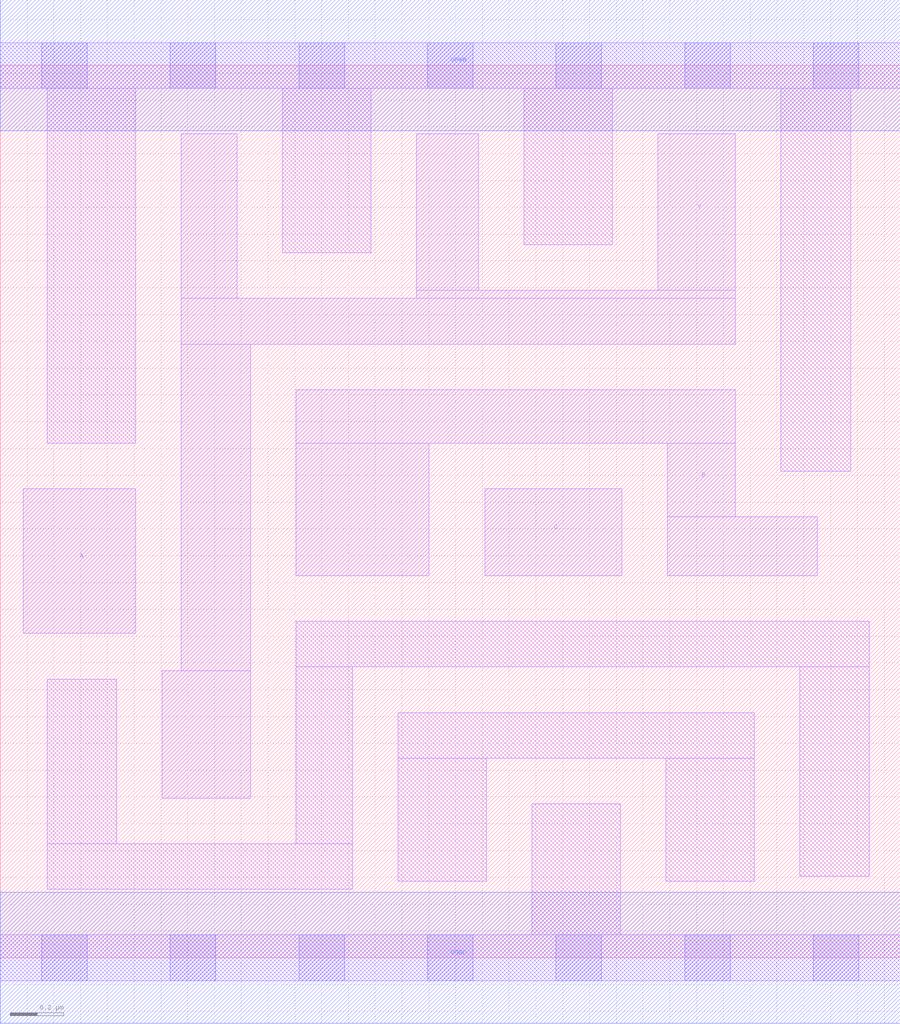
<source format=lef>
# Copyright 2020 The SkyWater PDK Authors
#
# Licensed under the Apache License, Version 2.0 (the "License");
# you may not use this file except in compliance with the License.
# You may obtain a copy of the License at
#
#     https://www.apache.org/licenses/LICENSE-2.0
#
# Unless required by applicable law or agreed to in writing, software
# distributed under the License is distributed on an "AS IS" BASIS,
# WITHOUT WARRANTIES OR CONDITIONS OF ANY KIND, either express or implied.
# See the License for the specific language governing permissions and
# limitations under the License.
#
# SPDX-License-Identifier: Apache-2.0

VERSION 5.7 ;
  NAMESCASESENSITIVE ON ;
  NOWIREEXTENSIONATPIN ON ;
  DIVIDERCHAR "/" ;
  BUSBITCHARS "[]" ;
UNITS
  DATABASE MICRONS 200 ;
END UNITS
MACRO sky130_fd_sc_lp__nand3_2
  CLASS CORE ;
  SOURCE USER ;
  FOREIGN sky130_fd_sc_lp__nand3_2 ;
  ORIGIN  0.000000  0.000000 ;
  SIZE  3.360000 BY  3.330000 ;
  SYMMETRY X Y R90 ;
  SITE unit ;
  PIN A
    ANTENNAGATEAREA  0.630000 ;
    DIRECTION INPUT ;
    USE SIGNAL ;
    PORT
      LAYER li1 ;
        RECT 0.085000 1.210000 0.505000 1.750000 ;
    END
  END A
  PIN B
    ANTENNAGATEAREA  0.630000 ;
    DIRECTION INPUT ;
    USE SIGNAL ;
    PORT
      LAYER li1 ;
        RECT 1.105000 1.425000 1.600000 1.920000 ;
        RECT 1.105000 1.920000 2.745000 2.120000 ;
        RECT 2.490000 1.425000 3.050000 1.645000 ;
        RECT 2.490000 1.645000 2.745000 1.920000 ;
    END
  END B
  PIN C
    ANTENNAGATEAREA  0.630000 ;
    DIRECTION INPUT ;
    USE SIGNAL ;
    PORT
      LAYER li1 ;
        RECT 1.810000 1.425000 2.320000 1.750000 ;
    END
  END C
  PIN Y
    ANTENNADIFFAREA  1.293600 ;
    DIRECTION OUTPUT ;
    USE SIGNAL ;
    PORT
      LAYER li1 ;
        RECT 0.605000 0.595000 0.935000 1.070000 ;
        RECT 0.675000 1.070000 0.935000 2.290000 ;
        RECT 0.675000 2.290000 2.745000 2.460000 ;
        RECT 0.675000 2.460000 0.885000 3.075000 ;
        RECT 1.555000 2.460000 2.745000 2.490000 ;
        RECT 1.555000 2.490000 1.785000 3.075000 ;
        RECT 2.455000 2.490000 2.745000 3.075000 ;
    END
  END Y
  PIN VGND
    DIRECTION INOUT ;
    USE GROUND ;
    PORT
      LAYER met1 ;
        RECT 0.000000 -0.245000 3.360000 0.245000 ;
    END
  END VGND
  PIN VPWR
    DIRECTION INOUT ;
    USE POWER ;
    PORT
      LAYER met1 ;
        RECT 0.000000 3.085000 3.360000 3.575000 ;
    END
  END VPWR
  OBS
    LAYER li1 ;
      RECT 0.000000 -0.085000 3.360000 0.085000 ;
      RECT 0.000000  3.245000 3.360000 3.415000 ;
      RECT 0.175000  0.255000 1.315000 0.425000 ;
      RECT 0.175000  0.425000 0.435000 1.040000 ;
      RECT 0.175000  1.920000 0.505000 3.245000 ;
      RECT 1.055000  2.630000 1.385000 3.245000 ;
      RECT 1.105000  0.425000 1.315000 1.085000 ;
      RECT 1.105000  1.085000 3.245000 1.255000 ;
      RECT 1.485000  0.285000 1.815000 0.745000 ;
      RECT 1.485000  0.745000 2.815000 0.915000 ;
      RECT 1.955000  2.660000 2.285000 3.245000 ;
      RECT 1.985000  0.085000 2.315000 0.575000 ;
      RECT 2.485000  0.285000 2.815000 0.745000 ;
      RECT 2.915000  1.815000 3.175000 3.245000 ;
      RECT 2.985000  0.305000 3.245000 1.085000 ;
    LAYER mcon ;
      RECT 0.155000 -0.085000 0.325000 0.085000 ;
      RECT 0.155000  3.245000 0.325000 3.415000 ;
      RECT 0.635000 -0.085000 0.805000 0.085000 ;
      RECT 0.635000  3.245000 0.805000 3.415000 ;
      RECT 1.115000 -0.085000 1.285000 0.085000 ;
      RECT 1.115000  3.245000 1.285000 3.415000 ;
      RECT 1.595000 -0.085000 1.765000 0.085000 ;
      RECT 1.595000  3.245000 1.765000 3.415000 ;
      RECT 2.075000 -0.085000 2.245000 0.085000 ;
      RECT 2.075000  3.245000 2.245000 3.415000 ;
      RECT 2.555000 -0.085000 2.725000 0.085000 ;
      RECT 2.555000  3.245000 2.725000 3.415000 ;
      RECT 3.035000 -0.085000 3.205000 0.085000 ;
      RECT 3.035000  3.245000 3.205000 3.415000 ;
  END
END sky130_fd_sc_lp__nand3_2

</source>
